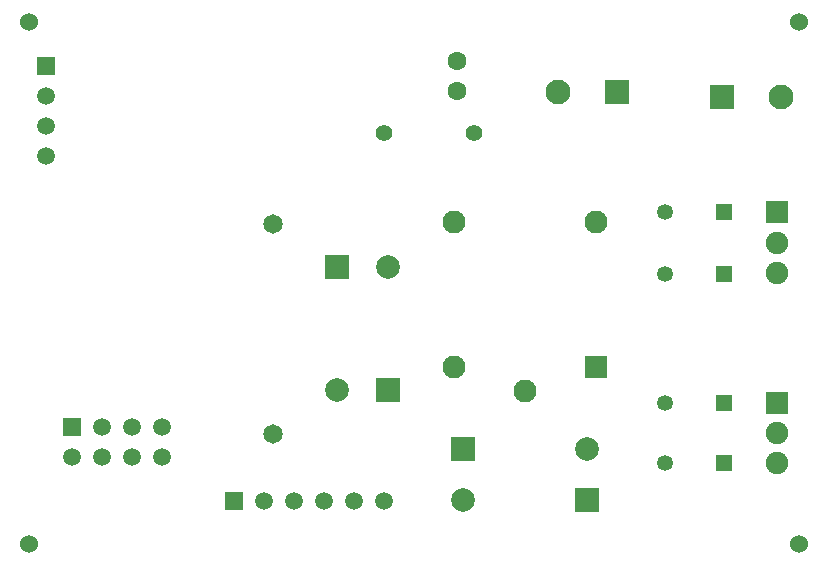
<source format=gbr>
%TF.GenerationSoftware,Altium Limited,Altium Designer,21.0.9 (235)*%
G04 Layer_Color=255*
%FSLAX45Y45*%
%MOMM*%
%TF.SameCoordinates,CD0AAE9F-0E9C-42BF-811C-419C72380B22*%
%TF.FilePolarity,Positive*%
%TF.FileFunction,Pads,Top*%
%TF.Part,Single*%
G01*
G75*
%TA.AperFunction,ComponentPad*%
%ADD12R,1.50000X1.50000*%
%ADD13C,1.50000*%
%ADD14R,1.50000X1.50000*%
%ADD15C,2.10000*%
%ADD16R,2.10000X2.10000*%
%TA.AperFunction,WasherPad*%
%ADD17C,1.52400*%
%TA.AperFunction,ComponentPad*%
%ADD18C,2.00000*%
%ADD19R,2.00000X2.00000*%
%ADD20C,1.65000*%
%ADD21R,2.00000X2.00000*%
%ADD22C,1.95000*%
%ADD23R,1.95000X1.95000*%
%ADD24C,1.40000*%
%ADD25C,1.60000*%
%ADD26C,1.35000*%
%ADD27R,1.35000X1.35000*%
%ADD28R,1.91000X1.91000*%
%ADD29C,1.91000*%
D12*
X381000Y4292603D02*
D03*
D13*
Y4038603D02*
D03*
Y3784603D02*
D03*
Y3530603D02*
D03*
X1361295Y981532D02*
D03*
X1107295D02*
D03*
X853295D02*
D03*
X599295D02*
D03*
X853295Y1235532D02*
D03*
X1107295D02*
D03*
X1361295D02*
D03*
X2219434Y602772D02*
D03*
X2473434D02*
D03*
X2727434D02*
D03*
X2981434D02*
D03*
X3235434D02*
D03*
D14*
X599295Y1235532D02*
D03*
X1965434Y602772D02*
D03*
D15*
X6603474Y4023253D02*
D03*
X4711555Y4073251D02*
D03*
D16*
X6103475Y4023253D02*
D03*
X5211554Y4073251D02*
D03*
D17*
X230614Y4658253D02*
D03*
Y238025D02*
D03*
X6755874D02*
D03*
Y4658253D02*
D03*
D18*
X3908077Y615772D02*
D03*
X4954074Y1045032D02*
D03*
X2842115Y1543533D02*
D03*
X3268835Y2589530D02*
D03*
D19*
X4954074Y615772D02*
D03*
X3908077Y1045032D02*
D03*
D20*
X2298555Y2955534D02*
D03*
Y1177534D02*
D03*
D21*
X2842115Y2589530D02*
D03*
X3268835Y1543533D02*
D03*
D22*
X4431073Y1538575D02*
D03*
X3831074Y1738574D02*
D03*
Y2968574D02*
D03*
X5031077D02*
D03*
D23*
Y1738574D02*
D03*
D24*
X3238386Y3724732D02*
D03*
X4000386D02*
D03*
D25*
X3859573Y4076253D02*
D03*
Y4330253D02*
D03*
D26*
X5619793Y928736D02*
D03*
Y1438732D02*
D03*
Y3049092D02*
D03*
Y2530932D02*
D03*
D27*
X6119797Y928731D02*
D03*
Y1438732D02*
D03*
Y3049092D02*
D03*
Y2530932D02*
D03*
D28*
X6567477Y1438732D02*
D03*
Y3049092D02*
D03*
D29*
Y1183731D02*
D03*
Y928731D02*
D03*
Y2794091D02*
D03*
Y2539091D02*
D03*
%TF.MD5,0d196ff23af2ab4d4af490b75ed43290*%
M02*

</source>
